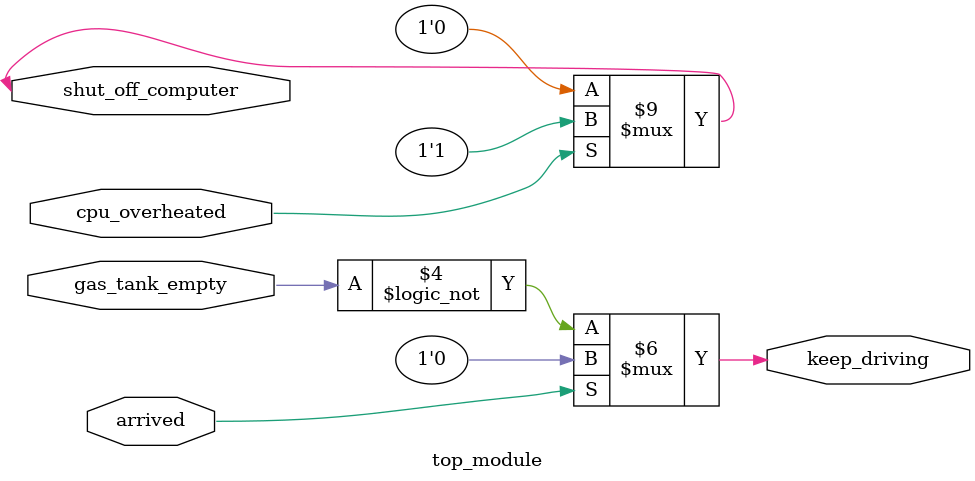
<source format=sv>
module top_module (
    input cpu_overheated,
    output reg shut_off_computer,
    input arrived,
    input gas_tank_empty,
    output reg keep_driving,
    input shut_off_computer // If "shut_off_computer" is an input, declare it accordingly
);

always @ (*) begin
    if (cpu_overheated)
        shut_off_computer = 1;
    else
        shut_off_computer = 0;
end

always @ (*) begin
    if (!arrived)
        keep_driving = !gas_tank_empty;
    else
        keep_driving = 0;
end

endmodule

</source>
